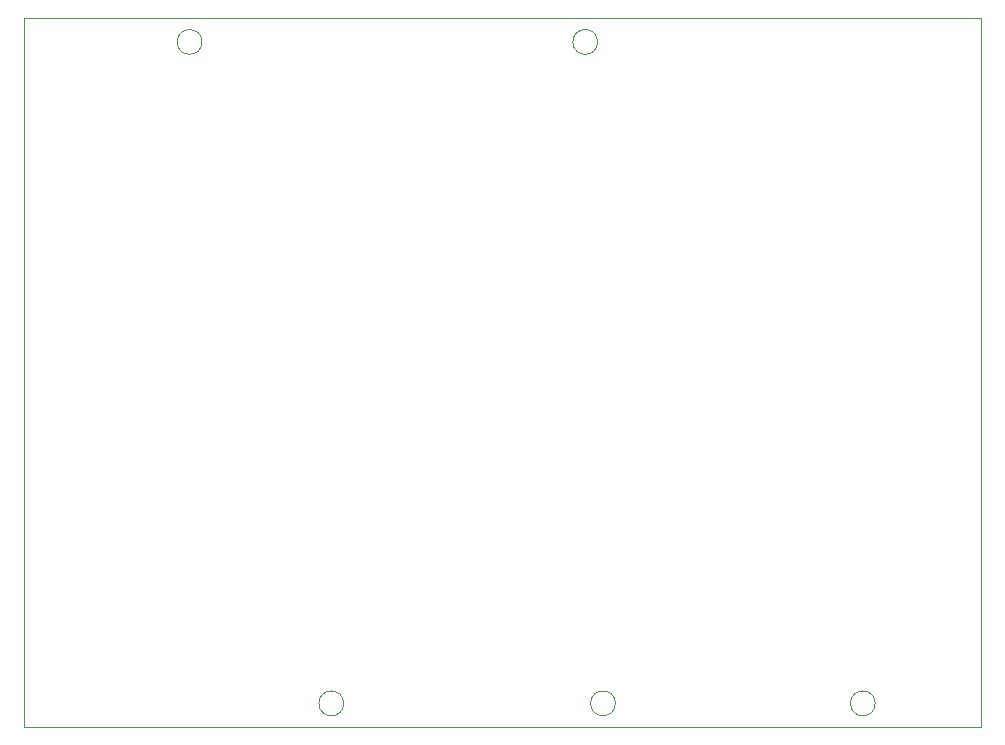
<source format=gbr>
%TF.GenerationSoftware,KiCad,Pcbnew,(6.99.0-2501-g45393f228a)*%
%TF.CreationDate,2022-08-07T00:12:47+12:00*%
%TF.ProjectId,bldc_hardware_riscv,626c6463-5f68-4617-9264-776172655f72,rev?*%
%TF.SameCoordinates,Original*%
%TF.FileFunction,Profile,NP*%
%FSLAX46Y46*%
G04 Gerber Fmt 4.6, Leading zero omitted, Abs format (unit mm)*
G04 Created by KiCad (PCBNEW (6.99.0-2501-g45393f228a)) date 2022-08-07 00:12:47*
%MOMM*%
%LPD*%
G01*
G04 APERTURE LIST*
%TA.AperFunction,Profile*%
%ADD10C,0.050000*%
%TD*%
G04 APERTURE END LIST*
D10*
X130050000Y-138000000D02*
G75*
G03*
X130050000Y-138000000I-1050000J0D01*
G01*
X152050000Y-138000000D02*
G75*
G03*
X152050000Y-138000000I-1050000J0D01*
G01*
X128550000Y-82000000D02*
G75*
G03*
X128550000Y-82000000I-1050000J0D01*
G01*
X95050000Y-82000000D02*
G75*
G03*
X95050000Y-82000000I-1050000J0D01*
G01*
X107050000Y-138000000D02*
G75*
G03*
X107050000Y-138000000I-1050000J0D01*
G01*
X80000000Y-80000000D02*
X161000000Y-80000000D01*
X161000000Y-80000000D02*
X161000000Y-140000000D01*
X161000000Y-140000000D02*
X80000000Y-140000000D01*
X80000000Y-140000000D02*
X80000000Y-80000000D01*
M02*

</source>
